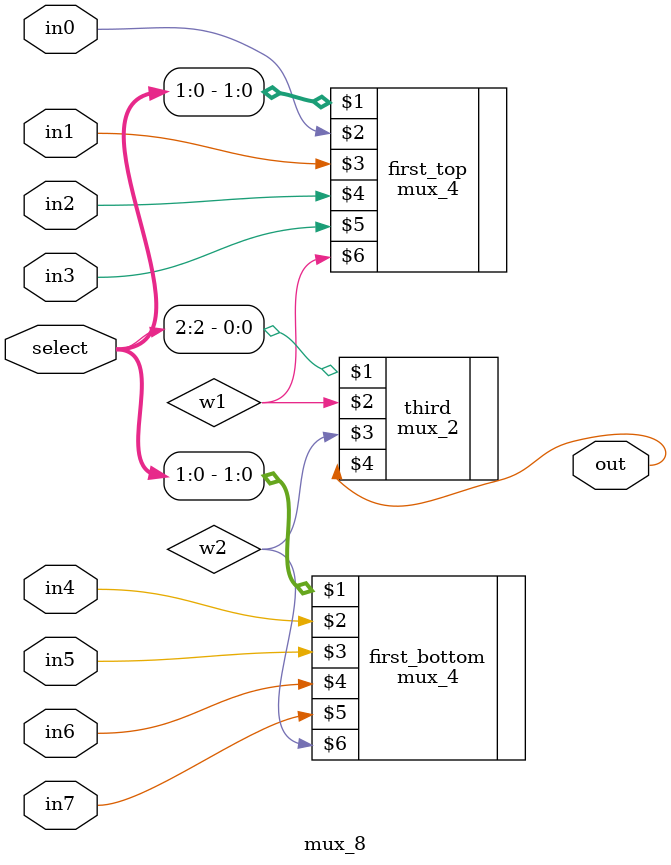
<source format=v>
module mux_8(select, in0, in1, in2, in3, in4, in5, in6, in7, out);
	input [2:0] select;
	input in0, in1, in2, in3, in4, in5, in6, in7;
	output out;
	wire  w1, w2;
	mux_4 first_top(select[1:0], in0, in1, in2, in3, w1);
	mux_4 first_bottom(select[1:0], in4, in5, in6, in7, w2);
	mux_2 third(select[2], w1, w2, out);
endmodule
</source>
